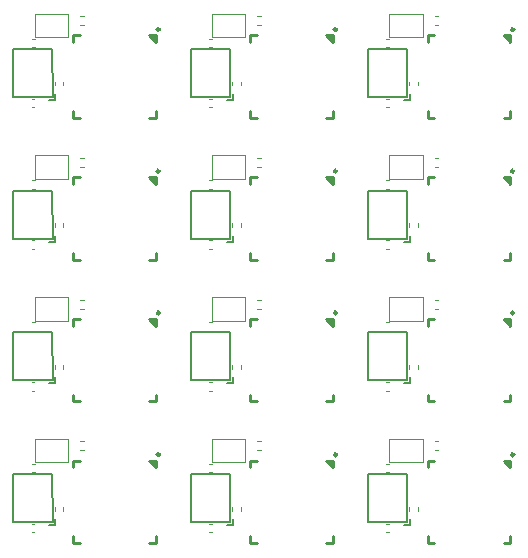
<source format=gto>
G04 #@! TF.GenerationSoftware,KiCad,Pcbnew,7.0.2-6a45011f42~172~ubuntu22.04.1*
G04 #@! TF.CreationDate,2023-05-28T07:21:03+08:00*
G04 #@! TF.ProjectId,panel_4_3,70616e65-6c5f-4345-9f33-2e6b69636164,rev?*
G04 #@! TF.SameCoordinates,Original*
G04 #@! TF.FileFunction,Legend,Top*
G04 #@! TF.FilePolarity,Positive*
%FSLAX46Y46*%
G04 Gerber Fmt 4.6, Leading zero omitted, Abs format (unit mm)*
G04 Created by KiCad (PCBNEW 7.0.2-6a45011f42~172~ubuntu22.04.1) date 2023-05-28 07:21:03*
%MOMM*%
%LPD*%
G01*
G04 APERTURE LIST*
%ADD10C,0.152000*%
%ADD11C,0.120000*%
%ADD12C,0.254000*%
G04 APERTURE END LIST*
D10*
G04 #@! TO.C,X1*
X46194000Y-30669000D02*
X46702000Y-30669000D01*
X46702000Y-30669000D02*
X46702000Y-30161000D01*
X43146000Y-30412000D02*
X43146000Y-26351000D01*
X46476000Y-30412000D02*
X43146000Y-30412000D01*
X43146000Y-26351000D02*
X44797000Y-26351000D01*
X44797000Y-26351000D02*
X46448000Y-26351000D01*
X46448000Y-26351000D02*
X46476000Y-30412000D01*
X46448000Y-26351000D02*
X46448000Y-26351000D01*
D11*
G04 #@! TO.C,JP1*
X44980000Y-23360000D02*
X47780000Y-23360000D01*
X44980000Y-25360000D02*
X44980000Y-23360000D01*
X47780000Y-23360000D02*
X47780000Y-25360000D01*
X47780000Y-25360000D02*
X44980000Y-25360000D01*
G04 #@! TO.C,C1*
X44702164Y-30560000D02*
X44917836Y-30560000D01*
X44702164Y-31280000D02*
X44917836Y-31280000D01*
G04 #@! TO.C,R12*
X48796359Y-23590000D02*
X49103641Y-23590000D01*
X48796359Y-24350000D02*
X49103641Y-24350000D01*
X18796359Y-23590000D02*
X19103641Y-23590000D01*
X18796359Y-24350000D02*
X19103641Y-24350000D01*
X48796359Y-11590000D02*
X49103641Y-11590000D01*
X48796359Y-12350000D02*
X49103641Y-12350000D01*
D10*
G04 #@! TO.C,X1*
X31194000Y-42669000D02*
X31702000Y-42669000D01*
X31702000Y-42669000D02*
X31702000Y-42161000D01*
X28146000Y-42412000D02*
X28146000Y-38351000D01*
X31476000Y-42412000D02*
X28146000Y-42412000D01*
X28146000Y-38351000D02*
X29797000Y-38351000D01*
X29797000Y-38351000D02*
X31448000Y-38351000D01*
X31448000Y-38351000D02*
X31476000Y-42412000D01*
X31448000Y-38351000D02*
X31448000Y-38351000D01*
D11*
G04 #@! TO.C,C3*
X44722164Y-37490000D02*
X44937836Y-37490000D01*
X44722164Y-38210000D02*
X44937836Y-38210000D01*
X14722164Y-25490000D02*
X14937836Y-25490000D01*
X14722164Y-26210000D02*
X14937836Y-26210000D01*
G04 #@! TO.C,R1*
X31620000Y-53443641D02*
X31620000Y-53136359D01*
X32380000Y-53443641D02*
X32380000Y-53136359D01*
G04 #@! TO.C,C1*
X14702164Y-42560000D02*
X14917836Y-42560000D01*
X14702164Y-43280000D02*
X14917836Y-43280000D01*
G04 #@! TO.C,JP1*
X14980000Y-47360000D02*
X17780000Y-47360000D01*
X14980000Y-49360000D02*
X14980000Y-47360000D01*
X17780000Y-47360000D02*
X17780000Y-49360000D01*
X17780000Y-49360000D02*
X14980000Y-49360000D01*
D10*
G04 #@! TO.C,X1*
X16194000Y-18669000D02*
X16702000Y-18669000D01*
X16702000Y-18669000D02*
X16702000Y-18161000D01*
X13146000Y-18412000D02*
X13146000Y-14351000D01*
X16476000Y-18412000D02*
X13146000Y-18412000D01*
X13146000Y-14351000D02*
X14797000Y-14351000D01*
X14797000Y-14351000D02*
X16448000Y-14351000D01*
X16448000Y-14351000D02*
X16476000Y-18412000D01*
X16448000Y-14351000D02*
X16448000Y-14351000D01*
D11*
G04 #@! TO.C,C3*
X29722164Y-49490000D02*
X29937836Y-49490000D01*
X29722164Y-50210000D02*
X29937836Y-50210000D01*
G04 #@! TO.C,JP1*
X44980000Y-47360000D02*
X47780000Y-47360000D01*
X44980000Y-49360000D02*
X44980000Y-47360000D01*
X47780000Y-47360000D02*
X47780000Y-49360000D01*
X47780000Y-49360000D02*
X44980000Y-49360000D01*
D12*
G04 #@! TO.C,U1*
X55205000Y-37205000D02*
X55205000Y-37774000D01*
X54636000Y-37205000D02*
X55205000Y-37205000D01*
X54636000Y-37205000D02*
X55205000Y-37774000D01*
X48205000Y-37205000D02*
X48774000Y-37205000D01*
X48205000Y-37305000D02*
X48205000Y-37205000D01*
X55205000Y-37464000D02*
X55108000Y-37464000D01*
X55108000Y-37464000D02*
X54849000Y-37205000D01*
X48205000Y-37774000D02*
X48205000Y-37305000D01*
X55205000Y-43636000D02*
X55205000Y-44205000D01*
X55205000Y-44205000D02*
X54636000Y-44205000D01*
X48774000Y-44205000D02*
X48205000Y-44205000D01*
X48205000Y-44205000D02*
X48205000Y-43636000D01*
X55532000Y-36705000D02*
G75*
G03*
X55532000Y-36705000I-127000J0D01*
G01*
D11*
G04 #@! TO.C,R12*
X48796359Y-35590000D02*
X49103641Y-35590000D01*
X48796359Y-36350000D02*
X49103641Y-36350000D01*
G04 #@! TO.C,C3*
X44722164Y-49490000D02*
X44937836Y-49490000D01*
X44722164Y-50210000D02*
X44937836Y-50210000D01*
X44722164Y-25490000D02*
X44937836Y-25490000D01*
X44722164Y-26210000D02*
X44937836Y-26210000D01*
D10*
G04 #@! TO.C,X1*
X46194000Y-42669000D02*
X46702000Y-42669000D01*
X46702000Y-42669000D02*
X46702000Y-42161000D01*
X43146000Y-42412000D02*
X43146000Y-38351000D01*
X46476000Y-42412000D02*
X43146000Y-42412000D01*
X43146000Y-38351000D02*
X44797000Y-38351000D01*
X44797000Y-38351000D02*
X46448000Y-38351000D01*
X46448000Y-38351000D02*
X46476000Y-42412000D01*
X46448000Y-38351000D02*
X46448000Y-38351000D01*
D12*
G04 #@! TO.C,U1*
X40205000Y-49205000D02*
X40205000Y-49774000D01*
X39636000Y-49205000D02*
X40205000Y-49205000D01*
X39636000Y-49205000D02*
X40205000Y-49774000D01*
X33205000Y-49205000D02*
X33774000Y-49205000D01*
X33205000Y-49305000D02*
X33205000Y-49205000D01*
X40205000Y-49464000D02*
X40108000Y-49464000D01*
X40108000Y-49464000D02*
X39849000Y-49205000D01*
X33205000Y-49774000D02*
X33205000Y-49305000D01*
X40205000Y-55636000D02*
X40205000Y-56205000D01*
X40205000Y-56205000D02*
X39636000Y-56205000D01*
X33774000Y-56205000D02*
X33205000Y-56205000D01*
X33205000Y-56205000D02*
X33205000Y-55636000D01*
X40532000Y-48705000D02*
G75*
G03*
X40532000Y-48705000I-127000J0D01*
G01*
D11*
G04 #@! TO.C,JP1*
X44980000Y-35360000D02*
X47780000Y-35360000D01*
X44980000Y-37360000D02*
X44980000Y-35360000D01*
X47780000Y-35360000D02*
X47780000Y-37360000D01*
X47780000Y-37360000D02*
X44980000Y-37360000D01*
G04 #@! TO.C,R1*
X31620000Y-17443641D02*
X31620000Y-17136359D01*
X32380000Y-17443641D02*
X32380000Y-17136359D01*
X16620000Y-53443641D02*
X16620000Y-53136359D01*
X17380000Y-53443641D02*
X17380000Y-53136359D01*
X16620000Y-29443641D02*
X16620000Y-29136359D01*
X17380000Y-29443641D02*
X17380000Y-29136359D01*
D12*
G04 #@! TO.C,U1*
X40205000Y-13205000D02*
X40205000Y-13774000D01*
X39636000Y-13205000D02*
X40205000Y-13205000D01*
X39636000Y-13205000D02*
X40205000Y-13774000D01*
X33205000Y-13205000D02*
X33774000Y-13205000D01*
X33205000Y-13305000D02*
X33205000Y-13205000D01*
X40205000Y-13464000D02*
X40108000Y-13464000D01*
X40108000Y-13464000D02*
X39849000Y-13205000D01*
X33205000Y-13774000D02*
X33205000Y-13305000D01*
X40205000Y-19636000D02*
X40205000Y-20205000D01*
X40205000Y-20205000D02*
X39636000Y-20205000D01*
X33774000Y-20205000D02*
X33205000Y-20205000D01*
X33205000Y-20205000D02*
X33205000Y-19636000D01*
X40532000Y-12705000D02*
G75*
G03*
X40532000Y-12705000I-127000J0D01*
G01*
X55205000Y-49205000D02*
X55205000Y-49774000D01*
X54636000Y-49205000D02*
X55205000Y-49205000D01*
X54636000Y-49205000D02*
X55205000Y-49774000D01*
X48205000Y-49205000D02*
X48774000Y-49205000D01*
X48205000Y-49305000D02*
X48205000Y-49205000D01*
X55205000Y-49464000D02*
X55108000Y-49464000D01*
X55108000Y-49464000D02*
X54849000Y-49205000D01*
X48205000Y-49774000D02*
X48205000Y-49305000D01*
X55205000Y-55636000D02*
X55205000Y-56205000D01*
X55205000Y-56205000D02*
X54636000Y-56205000D01*
X48774000Y-56205000D02*
X48205000Y-56205000D01*
X48205000Y-56205000D02*
X48205000Y-55636000D01*
X55532000Y-48705000D02*
G75*
G03*
X55532000Y-48705000I-127000J0D01*
G01*
D11*
G04 #@! TO.C,JP1*
X14980000Y-35360000D02*
X17780000Y-35360000D01*
X14980000Y-37360000D02*
X14980000Y-35360000D01*
X17780000Y-35360000D02*
X17780000Y-37360000D01*
X17780000Y-37360000D02*
X14980000Y-37360000D01*
G04 #@! TO.C,R1*
X31620000Y-41443641D02*
X31620000Y-41136359D01*
X32380000Y-41443641D02*
X32380000Y-41136359D01*
D12*
G04 #@! TO.C,U1*
X55205000Y-25205000D02*
X55205000Y-25774000D01*
X54636000Y-25205000D02*
X55205000Y-25205000D01*
X54636000Y-25205000D02*
X55205000Y-25774000D01*
X48205000Y-25205000D02*
X48774000Y-25205000D01*
X48205000Y-25305000D02*
X48205000Y-25205000D01*
X55205000Y-25464000D02*
X55108000Y-25464000D01*
X55108000Y-25464000D02*
X54849000Y-25205000D01*
X48205000Y-25774000D02*
X48205000Y-25305000D01*
X55205000Y-31636000D02*
X55205000Y-32205000D01*
X55205000Y-32205000D02*
X54636000Y-32205000D01*
X48774000Y-32205000D02*
X48205000Y-32205000D01*
X48205000Y-32205000D02*
X48205000Y-31636000D01*
X55532000Y-24705000D02*
G75*
G03*
X55532000Y-24705000I-127000J0D01*
G01*
D11*
G04 #@! TO.C,R1*
X46620000Y-53443641D02*
X46620000Y-53136359D01*
X47380000Y-53443641D02*
X47380000Y-53136359D01*
G04 #@! TO.C,C3*
X29722164Y-25490000D02*
X29937836Y-25490000D01*
X29722164Y-26210000D02*
X29937836Y-26210000D01*
G04 #@! TO.C,JP1*
X29980000Y-35360000D02*
X32780000Y-35360000D01*
X29980000Y-37360000D02*
X29980000Y-35360000D01*
X32780000Y-35360000D02*
X32780000Y-37360000D01*
X32780000Y-37360000D02*
X29980000Y-37360000D01*
G04 #@! TO.C,R1*
X46620000Y-41443641D02*
X46620000Y-41136359D01*
X47380000Y-41443641D02*
X47380000Y-41136359D01*
G04 #@! TO.C,C1*
X44702164Y-42560000D02*
X44917836Y-42560000D01*
X44702164Y-43280000D02*
X44917836Y-43280000D01*
D12*
G04 #@! TO.C,U1*
X40205000Y-25205000D02*
X40205000Y-25774000D01*
X39636000Y-25205000D02*
X40205000Y-25205000D01*
X39636000Y-25205000D02*
X40205000Y-25774000D01*
X33205000Y-25205000D02*
X33774000Y-25205000D01*
X33205000Y-25305000D02*
X33205000Y-25205000D01*
X40205000Y-25464000D02*
X40108000Y-25464000D01*
X40108000Y-25464000D02*
X39849000Y-25205000D01*
X33205000Y-25774000D02*
X33205000Y-25305000D01*
X40205000Y-31636000D02*
X40205000Y-32205000D01*
X40205000Y-32205000D02*
X39636000Y-32205000D01*
X33774000Y-32205000D02*
X33205000Y-32205000D01*
X33205000Y-32205000D02*
X33205000Y-31636000D01*
X40532000Y-24705000D02*
G75*
G03*
X40532000Y-24705000I-127000J0D01*
G01*
D11*
G04 #@! TO.C,C3*
X14722164Y-49490000D02*
X14937836Y-49490000D01*
X14722164Y-50210000D02*
X14937836Y-50210000D01*
G04 #@! TO.C,C1*
X14702164Y-54560000D02*
X14917836Y-54560000D01*
X14702164Y-55280000D02*
X14917836Y-55280000D01*
D10*
G04 #@! TO.C,X1*
X31194000Y-30669000D02*
X31702000Y-30669000D01*
X31702000Y-30669000D02*
X31702000Y-30161000D01*
X28146000Y-30412000D02*
X28146000Y-26351000D01*
X31476000Y-30412000D02*
X28146000Y-30412000D01*
X28146000Y-26351000D02*
X29797000Y-26351000D01*
X29797000Y-26351000D02*
X31448000Y-26351000D01*
X31448000Y-26351000D02*
X31476000Y-30412000D01*
X31448000Y-26351000D02*
X31448000Y-26351000D01*
D11*
G04 #@! TO.C,JP1*
X29980000Y-23360000D02*
X32780000Y-23360000D01*
X29980000Y-25360000D02*
X29980000Y-23360000D01*
X32780000Y-23360000D02*
X32780000Y-25360000D01*
X32780000Y-25360000D02*
X29980000Y-25360000D01*
G04 #@! TO.C,R12*
X33796359Y-23590000D02*
X34103641Y-23590000D01*
X33796359Y-24350000D02*
X34103641Y-24350000D01*
G04 #@! TO.C,C1*
X29702164Y-54560000D02*
X29917836Y-54560000D01*
X29702164Y-55280000D02*
X29917836Y-55280000D01*
G04 #@! TO.C,R1*
X46620000Y-17443641D02*
X46620000Y-17136359D01*
X47380000Y-17443641D02*
X47380000Y-17136359D01*
G04 #@! TO.C,R12*
X18796359Y-47590000D02*
X19103641Y-47590000D01*
X18796359Y-48350000D02*
X19103641Y-48350000D01*
G04 #@! TO.C,C3*
X29722164Y-13490000D02*
X29937836Y-13490000D01*
X29722164Y-14210000D02*
X29937836Y-14210000D01*
D12*
G04 #@! TO.C,U1*
X25205000Y-49205000D02*
X25205000Y-49774000D01*
X24636000Y-49205000D02*
X25205000Y-49205000D01*
X24636000Y-49205000D02*
X25205000Y-49774000D01*
X18205000Y-49205000D02*
X18774000Y-49205000D01*
X18205000Y-49305000D02*
X18205000Y-49205000D01*
X25205000Y-49464000D02*
X25108000Y-49464000D01*
X25108000Y-49464000D02*
X24849000Y-49205000D01*
X18205000Y-49774000D02*
X18205000Y-49305000D01*
X25205000Y-55636000D02*
X25205000Y-56205000D01*
X25205000Y-56205000D02*
X24636000Y-56205000D01*
X18774000Y-56205000D02*
X18205000Y-56205000D01*
X18205000Y-56205000D02*
X18205000Y-55636000D01*
X25532000Y-48705000D02*
G75*
G03*
X25532000Y-48705000I-127000J0D01*
G01*
D11*
G04 #@! TO.C,R12*
X33796359Y-11590000D02*
X34103641Y-11590000D01*
X33796359Y-12350000D02*
X34103641Y-12350000D01*
G04 #@! TO.C,C1*
X29702164Y-18560000D02*
X29917836Y-18560000D01*
X29702164Y-19280000D02*
X29917836Y-19280000D01*
G04 #@! TO.C,R12*
X33796359Y-47590000D02*
X34103641Y-47590000D01*
X33796359Y-48350000D02*
X34103641Y-48350000D01*
G04 #@! TO.C,R1*
X16620000Y-41443641D02*
X16620000Y-41136359D01*
X17380000Y-41443641D02*
X17380000Y-41136359D01*
D10*
G04 #@! TO.C,X1*
X46194000Y-18669000D02*
X46702000Y-18669000D01*
X46702000Y-18669000D02*
X46702000Y-18161000D01*
X43146000Y-18412000D02*
X43146000Y-14351000D01*
X46476000Y-18412000D02*
X43146000Y-18412000D01*
X43146000Y-14351000D02*
X44797000Y-14351000D01*
X44797000Y-14351000D02*
X46448000Y-14351000D01*
X46448000Y-14351000D02*
X46476000Y-18412000D01*
X46448000Y-14351000D02*
X46448000Y-14351000D01*
D11*
G04 #@! TO.C,R1*
X16620000Y-17443641D02*
X16620000Y-17136359D01*
X17380000Y-17443641D02*
X17380000Y-17136359D01*
D10*
G04 #@! TO.C,X1*
X16194000Y-30669000D02*
X16702000Y-30669000D01*
X16702000Y-30669000D02*
X16702000Y-30161000D01*
X13146000Y-30412000D02*
X13146000Y-26351000D01*
X16476000Y-30412000D02*
X13146000Y-30412000D01*
X13146000Y-26351000D02*
X14797000Y-26351000D01*
X14797000Y-26351000D02*
X16448000Y-26351000D01*
X16448000Y-26351000D02*
X16476000Y-30412000D01*
X16448000Y-26351000D02*
X16448000Y-26351000D01*
D11*
G04 #@! TO.C,C1*
X29702164Y-42560000D02*
X29917836Y-42560000D01*
X29702164Y-43280000D02*
X29917836Y-43280000D01*
D12*
G04 #@! TO.C,U1*
X55205000Y-13205000D02*
X55205000Y-13774000D01*
X54636000Y-13205000D02*
X55205000Y-13205000D01*
X54636000Y-13205000D02*
X55205000Y-13774000D01*
X48205000Y-13205000D02*
X48774000Y-13205000D01*
X48205000Y-13305000D02*
X48205000Y-13205000D01*
X55205000Y-13464000D02*
X55108000Y-13464000D01*
X55108000Y-13464000D02*
X54849000Y-13205000D01*
X48205000Y-13774000D02*
X48205000Y-13305000D01*
X55205000Y-19636000D02*
X55205000Y-20205000D01*
X55205000Y-20205000D02*
X54636000Y-20205000D01*
X48774000Y-20205000D02*
X48205000Y-20205000D01*
X48205000Y-20205000D02*
X48205000Y-19636000D01*
X55532000Y-12705000D02*
G75*
G03*
X55532000Y-12705000I-127000J0D01*
G01*
D11*
G04 #@! TO.C,C1*
X44702164Y-54560000D02*
X44917836Y-54560000D01*
X44702164Y-55280000D02*
X44917836Y-55280000D01*
G04 #@! TO.C,C3*
X29722164Y-37490000D02*
X29937836Y-37490000D01*
X29722164Y-38210000D02*
X29937836Y-38210000D01*
G04 #@! TO.C,JP1*
X14980000Y-23360000D02*
X17780000Y-23360000D01*
X14980000Y-25360000D02*
X14980000Y-23360000D01*
X17780000Y-23360000D02*
X17780000Y-25360000D01*
X17780000Y-25360000D02*
X14980000Y-25360000D01*
X44980000Y-11360000D02*
X47780000Y-11360000D01*
X44980000Y-13360000D02*
X44980000Y-11360000D01*
X47780000Y-11360000D02*
X47780000Y-13360000D01*
X47780000Y-13360000D02*
X44980000Y-13360000D01*
G04 #@! TO.C,C3*
X44722164Y-13490000D02*
X44937836Y-13490000D01*
X44722164Y-14210000D02*
X44937836Y-14210000D01*
X14722164Y-37490000D02*
X14937836Y-37490000D01*
X14722164Y-38210000D02*
X14937836Y-38210000D01*
G04 #@! TO.C,R1*
X46620000Y-29443641D02*
X46620000Y-29136359D01*
X47380000Y-29443641D02*
X47380000Y-29136359D01*
G04 #@! TO.C,C1*
X14702164Y-18560000D02*
X14917836Y-18560000D01*
X14702164Y-19280000D02*
X14917836Y-19280000D01*
G04 #@! TO.C,R1*
X31620000Y-29443641D02*
X31620000Y-29136359D01*
X32380000Y-29443641D02*
X32380000Y-29136359D01*
D10*
G04 #@! TO.C,X1*
X16194000Y-42669000D02*
X16702000Y-42669000D01*
X16702000Y-42669000D02*
X16702000Y-42161000D01*
X13146000Y-42412000D02*
X13146000Y-38351000D01*
X16476000Y-42412000D02*
X13146000Y-42412000D01*
X13146000Y-38351000D02*
X14797000Y-38351000D01*
X14797000Y-38351000D02*
X16448000Y-38351000D01*
X16448000Y-38351000D02*
X16476000Y-42412000D01*
X16448000Y-38351000D02*
X16448000Y-38351000D01*
D12*
G04 #@! TO.C,U1*
X25205000Y-13205000D02*
X25205000Y-13774000D01*
X24636000Y-13205000D02*
X25205000Y-13205000D01*
X24636000Y-13205000D02*
X25205000Y-13774000D01*
X18205000Y-13205000D02*
X18774000Y-13205000D01*
X18205000Y-13305000D02*
X18205000Y-13205000D01*
X25205000Y-13464000D02*
X25108000Y-13464000D01*
X25108000Y-13464000D02*
X24849000Y-13205000D01*
X18205000Y-13774000D02*
X18205000Y-13305000D01*
X25205000Y-19636000D02*
X25205000Y-20205000D01*
X25205000Y-20205000D02*
X24636000Y-20205000D01*
X18774000Y-20205000D02*
X18205000Y-20205000D01*
X18205000Y-20205000D02*
X18205000Y-19636000D01*
X25532000Y-12705000D02*
G75*
G03*
X25532000Y-12705000I-127000J0D01*
G01*
D11*
G04 #@! TO.C,JP1*
X14980000Y-11360000D02*
X17780000Y-11360000D01*
X14980000Y-13360000D02*
X14980000Y-11360000D01*
X17780000Y-11360000D02*
X17780000Y-13360000D01*
X17780000Y-13360000D02*
X14980000Y-13360000D01*
X29980000Y-47360000D02*
X32780000Y-47360000D01*
X29980000Y-49360000D02*
X29980000Y-47360000D01*
X32780000Y-47360000D02*
X32780000Y-49360000D01*
X32780000Y-49360000D02*
X29980000Y-49360000D01*
G04 #@! TO.C,C1*
X29702164Y-30560000D02*
X29917836Y-30560000D01*
X29702164Y-31280000D02*
X29917836Y-31280000D01*
G04 #@! TO.C,R12*
X18796359Y-35590000D02*
X19103641Y-35590000D01*
X18796359Y-36350000D02*
X19103641Y-36350000D01*
D10*
G04 #@! TO.C,X1*
X46194000Y-54669000D02*
X46702000Y-54669000D01*
X46702000Y-54669000D02*
X46702000Y-54161000D01*
X43146000Y-54412000D02*
X43146000Y-50351000D01*
X46476000Y-54412000D02*
X43146000Y-54412000D01*
X43146000Y-50351000D02*
X44797000Y-50351000D01*
X44797000Y-50351000D02*
X46448000Y-50351000D01*
X46448000Y-50351000D02*
X46476000Y-54412000D01*
X46448000Y-50351000D02*
X46448000Y-50351000D01*
D11*
G04 #@! TO.C,R12*
X18796359Y-11590000D02*
X19103641Y-11590000D01*
X18796359Y-12350000D02*
X19103641Y-12350000D01*
D10*
G04 #@! TO.C,X1*
X16194000Y-54669000D02*
X16702000Y-54669000D01*
X16702000Y-54669000D02*
X16702000Y-54161000D01*
X13146000Y-54412000D02*
X13146000Y-50351000D01*
X16476000Y-54412000D02*
X13146000Y-54412000D01*
X13146000Y-50351000D02*
X14797000Y-50351000D01*
X14797000Y-50351000D02*
X16448000Y-50351000D01*
X16448000Y-50351000D02*
X16476000Y-54412000D01*
X16448000Y-50351000D02*
X16448000Y-50351000D01*
D12*
G04 #@! TO.C,U1*
X40205000Y-37205000D02*
X40205000Y-37774000D01*
X39636000Y-37205000D02*
X40205000Y-37205000D01*
X39636000Y-37205000D02*
X40205000Y-37774000D01*
X33205000Y-37205000D02*
X33774000Y-37205000D01*
X33205000Y-37305000D02*
X33205000Y-37205000D01*
X40205000Y-37464000D02*
X40108000Y-37464000D01*
X40108000Y-37464000D02*
X39849000Y-37205000D01*
X33205000Y-37774000D02*
X33205000Y-37305000D01*
X40205000Y-43636000D02*
X40205000Y-44205000D01*
X40205000Y-44205000D02*
X39636000Y-44205000D01*
X33774000Y-44205000D02*
X33205000Y-44205000D01*
X33205000Y-44205000D02*
X33205000Y-43636000D01*
X40532000Y-36705000D02*
G75*
G03*
X40532000Y-36705000I-127000J0D01*
G01*
D11*
G04 #@! TO.C,JP1*
X29980000Y-11360000D02*
X32780000Y-11360000D01*
X29980000Y-13360000D02*
X29980000Y-11360000D01*
X32780000Y-11360000D02*
X32780000Y-13360000D01*
X32780000Y-13360000D02*
X29980000Y-13360000D01*
D10*
G04 #@! TO.C,X1*
X31194000Y-54669000D02*
X31702000Y-54669000D01*
X31702000Y-54669000D02*
X31702000Y-54161000D01*
X28146000Y-54412000D02*
X28146000Y-50351000D01*
X31476000Y-54412000D02*
X28146000Y-54412000D01*
X28146000Y-50351000D02*
X29797000Y-50351000D01*
X29797000Y-50351000D02*
X31448000Y-50351000D01*
X31448000Y-50351000D02*
X31476000Y-54412000D01*
X31448000Y-50351000D02*
X31448000Y-50351000D01*
D11*
G04 #@! TO.C,R12*
X48796359Y-47590000D02*
X49103641Y-47590000D01*
X48796359Y-48350000D02*
X49103641Y-48350000D01*
D12*
G04 #@! TO.C,U1*
X25205000Y-37205000D02*
X25205000Y-37774000D01*
X24636000Y-37205000D02*
X25205000Y-37205000D01*
X24636000Y-37205000D02*
X25205000Y-37774000D01*
X18205000Y-37205000D02*
X18774000Y-37205000D01*
X18205000Y-37305000D02*
X18205000Y-37205000D01*
X25205000Y-37464000D02*
X25108000Y-37464000D01*
X25108000Y-37464000D02*
X24849000Y-37205000D01*
X18205000Y-37774000D02*
X18205000Y-37305000D01*
X25205000Y-43636000D02*
X25205000Y-44205000D01*
X25205000Y-44205000D02*
X24636000Y-44205000D01*
X18774000Y-44205000D02*
X18205000Y-44205000D01*
X18205000Y-44205000D02*
X18205000Y-43636000D01*
X25532000Y-36705000D02*
G75*
G03*
X25532000Y-36705000I-127000J0D01*
G01*
D11*
G04 #@! TO.C,C1*
X14702164Y-30560000D02*
X14917836Y-30560000D01*
X14702164Y-31280000D02*
X14917836Y-31280000D01*
G04 #@! TO.C,R12*
X33796359Y-35590000D02*
X34103641Y-35590000D01*
X33796359Y-36350000D02*
X34103641Y-36350000D01*
G04 #@! TO.C,C3*
X14722164Y-13490000D02*
X14937836Y-13490000D01*
X14722164Y-14210000D02*
X14937836Y-14210000D01*
G04 #@! TO.C,C1*
X44702164Y-18560000D02*
X44917836Y-18560000D01*
X44702164Y-19280000D02*
X44917836Y-19280000D01*
D12*
G04 #@! TO.C,U1*
X25205000Y-25205000D02*
X25205000Y-25774000D01*
X24636000Y-25205000D02*
X25205000Y-25205000D01*
X24636000Y-25205000D02*
X25205000Y-25774000D01*
X18205000Y-25205000D02*
X18774000Y-25205000D01*
X18205000Y-25305000D02*
X18205000Y-25205000D01*
X25205000Y-25464000D02*
X25108000Y-25464000D01*
X25108000Y-25464000D02*
X24849000Y-25205000D01*
X18205000Y-25774000D02*
X18205000Y-25305000D01*
X25205000Y-31636000D02*
X25205000Y-32205000D01*
X25205000Y-32205000D02*
X24636000Y-32205000D01*
X18774000Y-32205000D02*
X18205000Y-32205000D01*
X18205000Y-32205000D02*
X18205000Y-31636000D01*
X25532000Y-24705000D02*
G75*
G03*
X25532000Y-24705000I-127000J0D01*
G01*
D10*
G04 #@! TO.C,X1*
X31194000Y-18669000D02*
X31702000Y-18669000D01*
X31702000Y-18669000D02*
X31702000Y-18161000D01*
X28146000Y-18412000D02*
X28146000Y-14351000D01*
X31476000Y-18412000D02*
X28146000Y-18412000D01*
X28146000Y-14351000D02*
X29797000Y-14351000D01*
X29797000Y-14351000D02*
X31448000Y-14351000D01*
X31448000Y-14351000D02*
X31476000Y-18412000D01*
X31448000Y-14351000D02*
X31448000Y-14351000D01*
G04 #@! TD*
M02*

</source>
